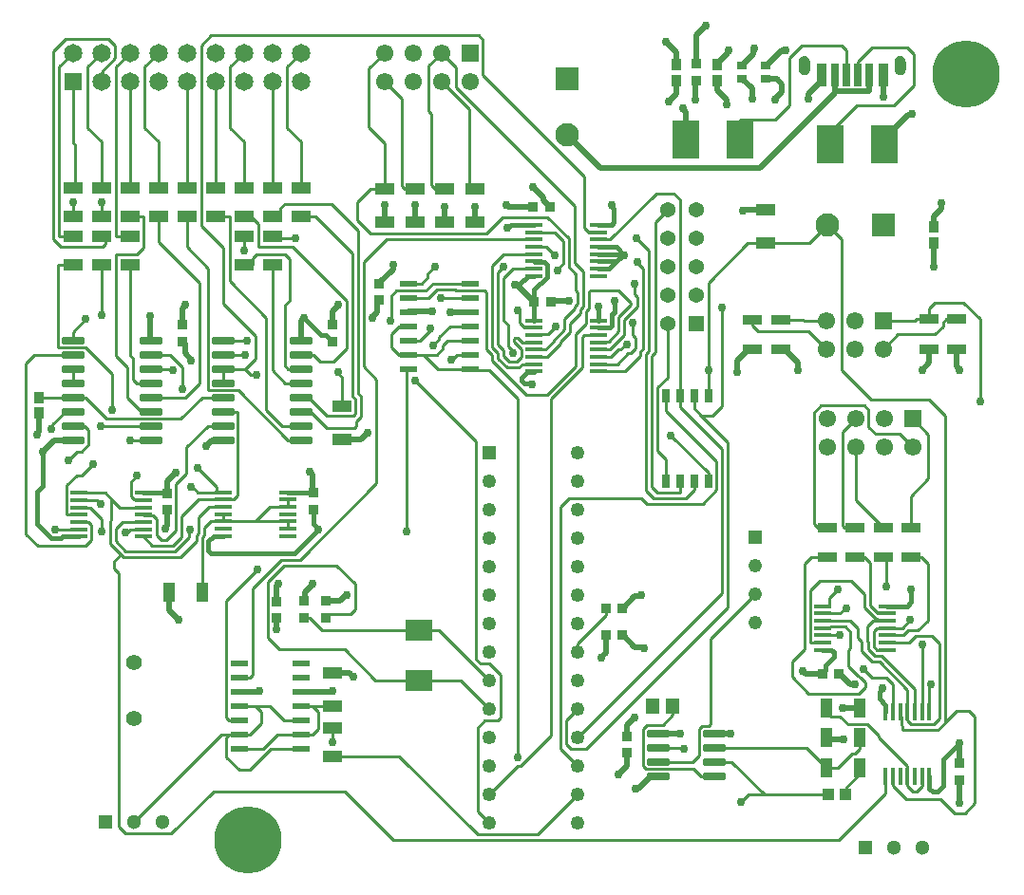
<source format=gtl>
G04*
G04 #@! TF.GenerationSoftware,Altium Limited,Altium Designer,22.3.1 (43)*
G04*
G04 Layer_Physical_Order=1*
G04 Layer_Color=255*
%FSLAX25Y25*%
%MOIN*%
G70*
G04*
G04 #@! TF.SameCoordinates,CB90502A-CAD2-466A-8923-7FAB541583EB*
G04*
G04*
G04 #@! TF.FilePolarity,Positive*
G04*
G01*
G75*
%ADD15C,0.01000*%
G04:AMPARAMS|DCode=16|XSize=61.81mil|YSize=15.75mil|CornerRadius=1.97mil|HoleSize=0mil|Usage=FLASHONLY|Rotation=0.000|XOffset=0mil|YOffset=0mil|HoleType=Round|Shape=RoundedRectangle|*
%AMROUNDEDRECTD16*
21,1,0.06181,0.01181,0,0,0.0*
21,1,0.05787,0.01575,0,0,0.0*
1,1,0.00394,0.02894,-0.00591*
1,1,0.00394,-0.02894,-0.00591*
1,1,0.00394,-0.02894,0.00591*
1,1,0.00394,0.02894,0.00591*
%
%ADD16ROUNDEDRECTD16*%
G04:AMPARAMS|DCode=17|XSize=61.81mil|YSize=16.14mil|CornerRadius=2.02mil|HoleSize=0mil|Usage=FLASHONLY|Rotation=180.000|XOffset=0mil|YOffset=0mil|HoleType=Round|Shape=RoundedRectangle|*
%AMROUNDEDRECTD17*
21,1,0.06181,0.01211,0,0,180.0*
21,1,0.05778,0.01614,0,0,180.0*
1,1,0.00404,-0.02889,0.00605*
1,1,0.00404,0.02889,0.00605*
1,1,0.00404,0.02889,-0.00605*
1,1,0.00404,-0.02889,-0.00605*
%
%ADD17ROUNDEDRECTD17*%
G04:AMPARAMS|DCode=18|XSize=61.81mil|YSize=16.14mil|CornerRadius=2.02mil|HoleSize=0mil|Usage=FLASHONLY|Rotation=270.000|XOffset=0mil|YOffset=0mil|HoleType=Round|Shape=RoundedRectangle|*
%AMROUNDEDRECTD18*
21,1,0.06181,0.01211,0,0,270.0*
21,1,0.05778,0.01614,0,0,270.0*
1,1,0.00404,-0.00605,-0.02889*
1,1,0.00404,-0.00605,0.02889*
1,1,0.00404,0.00605,0.02889*
1,1,0.00404,0.00605,-0.02889*
%
%ADD18ROUNDEDRECTD18*%
%ADD19R,0.07087X0.04134*%
%ADD20R,0.03661X0.03740*%
%ADD21R,0.05900X0.02200*%
%ADD22R,0.06969X0.04134*%
%ADD23R,0.02992X0.05000*%
%ADD24R,0.04567X0.05787*%
%ADD25R,0.04134X0.03937*%
%ADD26R,0.04134X0.06969*%
G04:AMPARAMS|DCode=27|XSize=77.56mil|YSize=23.62mil|CornerRadius=2.95mil|HoleSize=0mil|Usage=FLASHONLY|Rotation=0.000|XOffset=0mil|YOffset=0mil|HoleType=Round|Shape=RoundedRectangle|*
%AMROUNDEDRECTD27*
21,1,0.07756,0.01772,0,0,0.0*
21,1,0.07165,0.02362,0,0,0.0*
1,1,0.00591,0.03583,-0.00886*
1,1,0.00591,-0.03583,-0.00886*
1,1,0.00591,-0.03583,0.00886*
1,1,0.00591,0.03583,0.00886*
%
%ADD27ROUNDEDRECTD27*%
%ADD28R,0.03740X0.03661*%
%ADD29R,0.03819X0.03622*%
%ADD30R,0.09331X0.13268*%
%ADD31R,0.03773X0.03961*%
%ADD32R,0.06528X0.03764*%
G04:AMPARAMS|DCode=33|XSize=77.56mil|YSize=24.02mil|CornerRadius=3mil|HoleSize=0mil|Usage=FLASHONLY|Rotation=0.000|XOffset=0mil|YOffset=0mil|HoleType=Round|Shape=RoundedRectangle|*
%AMROUNDEDRECTD33*
21,1,0.07756,0.01801,0,0,0.0*
21,1,0.07156,0.02402,0,0,0.0*
1,1,0.00600,0.03578,-0.00901*
1,1,0.00600,-0.03578,-0.00901*
1,1,0.00600,-0.03578,0.00901*
1,1,0.00600,0.03578,0.00901*
%
%ADD33ROUNDEDRECTD33*%
%ADD34R,0.03661X0.03976*%
%ADD35R,0.03543X0.02953*%
%ADD36R,0.02756X0.07874*%
%ADD37R,0.03150X0.07874*%
%ADD38R,0.03543X0.07874*%
%ADD39R,0.09449X0.07480*%
%ADD79C,0.02000*%
%ADD80C,0.01500*%
%ADD81C,0.23622*%
%ADD82C,0.05118*%
%ADD83R,0.05118X0.05118*%
%ADD84C,0.05543*%
%ADD85C,0.08268*%
%ADD86R,0.08268X0.08268*%
%ADD87R,0.06102X0.06102*%
%ADD88C,0.06102*%
%ADD89C,0.04882*%
%ADD90R,0.04882X0.04882*%
%ADD91C,0.05394*%
%ADD92R,0.05394X0.05394*%
%ADD93R,0.08268X0.08268*%
%ADD94C,0.04921*%
%ADD95R,0.04921X0.04921*%
%ADD96C,0.06496*%
%ADD97R,0.06496X0.06496*%
%ADD98O,0.02756X0.05512*%
%ADD99C,0.03000*%
G36*
X280086Y293156D02*
X279983Y293164D01*
X279881Y293178D01*
X279780Y293197D01*
X279679Y293221D01*
X279581Y293250D01*
X279484Y293284D01*
X279388Y293324D01*
X279295Y293368D01*
X279205Y293417D01*
X279117Y293471D01*
X279032Y293530D01*
X278950Y293592D01*
X278872Y293659D01*
X278797Y293730D01*
X278726Y293805D01*
X278659Y293883D01*
X278596Y293965D01*
X278538Y294050D01*
X278484Y294138D01*
X278435Y294228D01*
X278391Y294321D01*
X278351Y294417D01*
X278317Y294514D01*
X278288Y294613D01*
X278263Y294713D01*
X278245Y294814D01*
X278231Y294916D01*
X278223Y295019D01*
X278221Y295122D01*
Y297878D01*
X278223Y297981D01*
X278231Y298084D01*
X278245Y298186D01*
X278263Y298287D01*
X278288Y298387D01*
X278317Y298486D01*
X278351Y298583D01*
X278391Y298679D01*
X278435Y298772D01*
X278484Y298862D01*
X278538Y298950D01*
X278596Y299035D01*
X278659Y299117D01*
X278726Y299195D01*
X278797Y299270D01*
X278872Y299341D01*
X278950Y299408D01*
X279032Y299470D01*
X279117Y299529D01*
X279205Y299583D01*
X279295Y299632D01*
X279388Y299676D01*
X279484Y299716D01*
X279581Y299750D01*
X279679Y299779D01*
X279780Y299803D01*
X279881Y299822D01*
X279983Y299836D01*
X280086Y299844D01*
X280189Y299847D01*
X280292Y299844D01*
X280395Y299836D01*
X280497Y299822D01*
X280598Y299803D01*
X280698Y299779D01*
X280797Y299750D01*
X280894Y299716D01*
X280990Y299676D01*
X281083Y299632D01*
X281173Y299583D01*
X281261Y299529D01*
X281346Y299470D01*
X281428Y299408D01*
X281506Y299341D01*
X281581Y299270D01*
X281652Y299195D01*
X281719Y299117D01*
X281782Y299035D01*
X281840Y298950D01*
X281894Y298862D01*
X281943Y298772D01*
X281987Y298679D01*
X282027Y298583D01*
X282061Y298486D01*
X282090Y298387D01*
X282115Y298287D01*
X282133Y298186D01*
X282147Y298084D01*
X282155Y297981D01*
X282157Y297878D01*
Y295122D01*
X282155Y295019D01*
X282147Y294916D01*
X282133Y294814D01*
X282115Y294713D01*
X282090Y294613D01*
X282061Y294514D01*
X282027Y294417D01*
X281987Y294321D01*
X281943Y294228D01*
X281894Y294138D01*
X281840Y294050D01*
X281782Y293965D01*
X281719Y293883D01*
X281652Y293805D01*
X281581Y293730D01*
X281506Y293659D01*
X281428Y293592D01*
X281346Y293530D01*
X281261Y293471D01*
X281173Y293417D01*
X281083Y293368D01*
X280990Y293324D01*
X280894Y293284D01*
X280797Y293250D01*
X280698Y293221D01*
X280598Y293197D01*
X280497Y293178D01*
X280395Y293164D01*
X280292Y293156D01*
X280189Y293154D01*
X280086Y293156D01*
D02*
G37*
G36*
X313708D02*
X313605Y293164D01*
X313503Y293178D01*
X313402Y293197D01*
X313301Y293221D01*
X313203Y293250D01*
X313106Y293284D01*
X313010Y293324D01*
X312917Y293368D01*
X312827Y293417D01*
X312739Y293471D01*
X312654Y293530D01*
X312572Y293592D01*
X312494Y293659D01*
X312419Y293730D01*
X312348Y293805D01*
X312281Y293883D01*
X312218Y293965D01*
X312160Y294050D01*
X312106Y294138D01*
X312057Y294228D01*
X312013Y294321D01*
X311973Y294417D01*
X311939Y294514D01*
X311910Y294613D01*
X311885Y294713D01*
X311867Y294814D01*
X311853Y294916D01*
X311845Y295019D01*
X311842Y295122D01*
Y297878D01*
X311845Y297981D01*
X311853Y298084D01*
X311867Y298186D01*
X311885Y298287D01*
X311910Y298387D01*
X311939Y298486D01*
X311973Y298583D01*
X312013Y298679D01*
X312057Y298772D01*
X312106Y298862D01*
X312160Y298950D01*
X312218Y299035D01*
X312281Y299117D01*
X312348Y299195D01*
X312419Y299270D01*
X312494Y299341D01*
X312572Y299408D01*
X312654Y299470D01*
X312739Y299529D01*
X312827Y299583D01*
X312917Y299632D01*
X313010Y299676D01*
X313106Y299716D01*
X313203Y299750D01*
X313301Y299779D01*
X313402Y299803D01*
X313503Y299822D01*
X313605Y299836D01*
X313708Y299844D01*
X313811Y299847D01*
X313914Y299844D01*
X314017Y299836D01*
X314119Y299822D01*
X314220Y299803D01*
X314320Y299779D01*
X314419Y299750D01*
X314516Y299716D01*
X314612Y299676D01*
X314705Y299632D01*
X314795Y299583D01*
X314883Y299529D01*
X314968Y299470D01*
X315050Y299408D01*
X315128Y299341D01*
X315203Y299270D01*
X315274Y299195D01*
X315341Y299117D01*
X315404Y299035D01*
X315462Y298950D01*
X315516Y298862D01*
X315565Y298772D01*
X315609Y298679D01*
X315649Y298583D01*
X315683Y298486D01*
X315712Y298387D01*
X315737Y298287D01*
X315755Y298186D01*
X315769Y298084D01*
X315777Y297981D01*
X315779Y297878D01*
Y295122D01*
X315777Y295019D01*
X315769Y294916D01*
X315755Y294814D01*
X315737Y294713D01*
X315712Y294613D01*
X315683Y294514D01*
X315649Y294417D01*
X315609Y294321D01*
X315565Y294228D01*
X315516Y294138D01*
X315462Y294050D01*
X315404Y293965D01*
X315341Y293883D01*
X315274Y293805D01*
X315203Y293730D01*
X315128Y293659D01*
X315050Y293592D01*
X314968Y293530D01*
X314883Y293471D01*
X314795Y293417D01*
X314705Y293368D01*
X314612Y293324D01*
X314516Y293284D01*
X314419Y293250D01*
X314320Y293221D01*
X314220Y293197D01*
X314119Y293178D01*
X314017Y293164D01*
X313914Y293156D01*
X313811Y293154D01*
X313708Y293156D01*
D02*
G37*
D15*
X103243Y123000D02*
X130000Y149757D01*
X125500Y190829D02*
Y227400D01*
X130000Y149757D02*
Y186329D01*
X125500Y190829D02*
X130000Y186329D01*
X125500Y227400D02*
X133482Y235382D01*
X151214Y195000D02*
X153393Y197178D01*
Y198307D01*
X146500Y195000D02*
X151214D01*
X153393Y198307D02*
X155086Y200000D01*
X152075Y200368D02*
Y201075D01*
X150086Y198379D02*
X152075Y200368D01*
X148900Y203700D02*
Y204114D01*
X145200Y200000D02*
X148900Y203700D01*
X150086Y198114D02*
Y198379D01*
X156393Y193107D02*
X156457D01*
X158350Y195000D01*
X162800D01*
X152075Y201075D02*
X156000Y205000D01*
X151500Y190000D02*
X162800D01*
X155086Y200000D02*
X162800D01*
X170759Y192741D02*
Y194797D01*
Y192741D02*
X182500Y181000D01*
X190000D01*
X163212Y189588D02*
X169584D01*
X162800Y190000D02*
X163212Y189588D01*
X169584D02*
X179500Y179672D01*
X43709Y133668D02*
X48297D01*
X48299Y133669D01*
X42541Y132500D02*
X43709Y133668D01*
X42000Y132500D02*
X42541D01*
X38500Y129500D02*
X42000Y126000D01*
X38500Y129500D02*
Y133728D01*
X36500Y128672D02*
Y136500D01*
X41172Y124000D02*
X61232D01*
X42000Y126000D02*
X59328D01*
X38000Y122300D02*
X40436Y124736D01*
X41172Y124000D01*
X36500Y128672D02*
X40436Y124736D01*
X36500Y136500D02*
X37000Y137000D01*
X33500Y133000D02*
X33700Y133200D01*
X38500Y133728D02*
X41000Y136228D01*
X33700Y133200D02*
Y137300D01*
X37000Y137000D02*
Y144300D01*
X39954Y141346D01*
X34835Y146465D02*
X37000Y144300D01*
X41000Y136228D02*
X48299D01*
X169500Y40500D02*
X179500Y50500D01*
X191300Y61057D02*
Y179472D01*
X180743Y50500D02*
X191300Y61057D01*
X179500Y53500D02*
Y179672D01*
Y50500D02*
X180743D01*
X46000Y152415D02*
Y152500D01*
X44987Y144193D02*
X45709D01*
X45996Y143906D02*
X48299D01*
X43921Y145259D02*
Y150336D01*
X45709Y144193D02*
X45996Y143906D01*
X43921Y150336D02*
X46000Y152415D01*
X43921Y145259D02*
X44987Y144193D01*
X119500Y197300D02*
Y213743D01*
X114200Y248000D02*
X123500Y238700D01*
X88600Y232800D02*
X100443D01*
X123500Y181460D02*
Y238700D01*
Y181460D02*
X124772Y180189D01*
X114900Y192700D02*
X119500Y197300D01*
X121500Y180632D02*
Y230493D01*
Y180632D02*
X122772Y179360D01*
X100443Y232800D02*
X119500Y213743D01*
X108513Y243480D02*
X121500Y230493D01*
X275000Y282700D02*
Y299200D01*
X279300Y303500D01*
X269800Y277500D02*
X275000Y282700D01*
X318500Y289400D02*
Y300500D01*
X304000Y302800D02*
X316200D01*
X318500Y300500D01*
X311600Y282500D02*
X318500Y289400D01*
X279300Y303500D02*
X293243D01*
X295031Y301711D01*
X298536Y282500D02*
X311600D01*
X289236Y273200D02*
X298536Y282500D01*
X295031Y293350D02*
Y301711D01*
X276000Y81757D02*
X281757Y76000D01*
X276000Y81757D02*
Y87100D01*
X281757Y76000D02*
X299243D01*
X114500Y59000D02*
Y64020D01*
X91800Y95600D02*
Y115300D01*
X86600Y82500D02*
Y112928D01*
X91800Y115300D02*
X97500Y121000D01*
X116000D01*
X96672Y123000D02*
X103243D01*
X86600Y112928D02*
X96672Y123000D01*
X77200Y67500D02*
Y108400D01*
X88200Y119400D01*
X116000Y121000D02*
X122500Y114500D01*
X113610Y103811D02*
X120811D01*
X122500Y105500D01*
Y114500D01*
X112299Y102500D02*
X113610Y103811D01*
X104500Y102500D02*
X106600D01*
X110884Y98216D01*
X145000D01*
X151784D01*
X67364Y146677D02*
X73900D01*
X65000Y148500D02*
X65541D01*
X67364Y146677D01*
X67500Y132282D02*
Y137900D01*
X69500Y134153D02*
X71788Y136441D01*
X61232Y124000D02*
X66847Y129615D01*
X68847Y130800D02*
X69500Y131454D01*
Y134153D01*
X66847Y129615D02*
Y131629D01*
X59328Y126000D02*
X64117Y130789D01*
X66847Y131629D02*
X67500Y132282D01*
X64117Y130789D02*
Y133142D01*
X64500Y133525D01*
X68847Y111500D02*
Y130800D01*
X59500Y137860D02*
X59618Y137978D01*
X56243Y130000D02*
X59500Y133257D01*
Y137860D01*
X58500Y128000D02*
X61500Y131000D01*
Y137032D01*
X61618Y137150D01*
X53000Y131500D02*
X54500Y130000D01*
X53000Y131500D02*
Y137128D01*
X51647Y138480D02*
X53000Y137128D01*
X54500Y130000D02*
X56243D01*
X93500Y236520D02*
X94020Y236000D01*
X101500D01*
X147961Y223461D02*
X150500Y226000D01*
X147961Y222157D02*
Y223461D01*
X145804Y220000D02*
X147961Y222157D01*
X152500Y215000D02*
X162800D01*
X151257Y218000D02*
X157500D01*
X141200Y215000D02*
X148257D01*
X141200Y220000D02*
X145804D01*
X157500Y218000D02*
X158100Y217400D01*
X137000D02*
X147375D01*
X148257Y215000D02*
X151257Y218000D01*
X147375Y217400D02*
X149975Y220000D01*
X162800D01*
X103500Y180000D02*
X106177D01*
X112600Y169200D02*
X122414D01*
X106177Y180000D02*
X112771Y173406D01*
X123000Y169786D02*
Y171560D01*
X122772Y174160D02*
Y179360D01*
X112771Y173406D02*
X122018D01*
X122414Y169200D02*
X123000Y169786D01*
Y171560D02*
X124772Y173332D01*
X122018Y173406D02*
X122772Y174160D01*
X124772Y173332D02*
Y180189D01*
X135000Y207000D02*
X135300Y207300D01*
Y215700D01*
X137000Y217400D01*
X116500Y188459D02*
X118000Y186959D01*
Y176760D02*
Y186959D01*
X116500Y188459D02*
Y189000D01*
X76217Y195000D02*
X84000D01*
X63043Y179800D02*
X68000Y184757D01*
X53500Y234700D02*
X68000Y220200D01*
Y184757D02*
Y220200D01*
X62000Y183000D02*
Y190500D01*
X57500Y195000D02*
X62000Y190500D01*
X50783Y195000D02*
X57500D01*
X58250Y189750D02*
X58500Y189500D01*
X50783Y190000D02*
X51033Y189750D01*
X58250D01*
X23500Y203000D02*
X28000Y207500D01*
X23500Y200000D02*
Y203000D01*
X33500Y209000D02*
Y226480D01*
X26609Y152609D02*
X30500Y156500D01*
X24809Y152609D02*
X26609D01*
X21300Y149100D02*
X24809Y152609D01*
X22000Y158000D02*
X24941Y160941D01*
X26441D01*
X29000Y163500D01*
X16000Y169000D02*
X16383Y169383D01*
Y170560D01*
X20823Y175000D01*
X23500D01*
X7000Y192000D02*
X10000Y195000D01*
X7000Y132000D02*
X11200Y127800D01*
X7000Y132000D02*
Y192000D01*
X217012Y207343D02*
X221506Y211837D01*
X215012Y208171D02*
X219256Y212415D01*
X215000Y217500D02*
X219256Y213244D01*
X221500Y227270D02*
Y227500D01*
X223506Y196957D02*
Y225264D01*
X224716Y147184D02*
X227200Y144700D01*
X221500Y227270D02*
X223506Y225264D01*
X225506Y196128D02*
Y231594D01*
X221506Y211837D02*
Y215144D01*
X219256Y212415D02*
Y213244D01*
X224716Y195338D02*
X225506Y196128D01*
X205086Y217500D02*
X215000D01*
X227921Y241630D02*
X232137Y245846D01*
X221200Y235900D02*
X225506Y231594D01*
X226716Y194510D02*
X227921Y195714D01*
X222716Y196167D02*
X223506Y196957D01*
X220500Y216151D02*
X221506Y215144D01*
X227921Y195714D02*
Y241630D01*
X220500Y216151D02*
Y220000D01*
X204500Y216914D02*
X205086Y217500D01*
X204500Y211101D02*
Y216914D01*
X226716Y148684D02*
X228700Y146700D01*
X215056Y203156D02*
Y203985D01*
X220000Y206088D02*
X220012Y206100D01*
X211530Y199630D02*
X215056Y203156D01*
X215012Y204029D02*
Y208171D01*
X217012Y204857D02*
X217056Y204813D01*
X217012Y204857D02*
Y207343D01*
X217056Y201820D02*
Y204813D01*
X212000Y196764D02*
X217056Y201820D01*
X220000Y201931D02*
Y206088D01*
X215012Y204029D02*
X215056Y203985D01*
X214848Y196748D02*
X215686D01*
X228716Y161083D02*
Y183474D01*
X212305Y194205D02*
X214848Y196748D01*
X219255Y195534D02*
X221012Y197291D01*
Y200919D01*
X226716Y148684D02*
Y194510D01*
X215686Y196748D02*
X217471Y198533D01*
X224716Y147184D02*
Y195338D01*
X232137Y186895D02*
Y205846D01*
X222716Y194616D02*
Y196167D01*
X228716Y161083D02*
X231500Y158300D01*
X217187Y189087D02*
X222716Y194616D01*
X218433Y195534D02*
X219255D01*
X228716Y183474D02*
X232137Y186895D01*
X214546Y191646D02*
X218433Y195534D01*
X220000Y201931D02*
X221012Y200919D01*
X217471Y198533D02*
X218012D01*
X208000Y194205D02*
X212305D01*
X200500Y212757D02*
Y216938D01*
X203622Y206022D02*
Y210223D01*
X204500Y211101D01*
X199990Y217448D02*
X200500Y216938D01*
X201500Y210929D02*
X202500Y211929D01*
X201500Y209405D02*
Y210929D01*
X199500Y211154D02*
Y211757D01*
X200500Y212757D01*
X202500Y211929D02*
Y224257D01*
X199900Y202300D02*
X203622Y206022D01*
X199990Y217448D02*
Y223253D01*
X208307Y199630D02*
X211530D01*
X208000Y199323D02*
X208307Y199630D01*
X197500Y225743D02*
X199990Y223253D01*
X196000Y207654D02*
X199500Y211154D01*
X196000Y203757D02*
Y207654D01*
X191939Y199697D02*
X196000Y203757D01*
X198000Y205905D02*
X201500Y209405D01*
X194766Y199695D02*
X198000Y202929D01*
X191939Y199339D02*
Y199697D01*
X185402Y201882D02*
X185709Y202189D01*
X198000Y202929D02*
Y205905D01*
X194766Y198971D02*
Y199695D01*
X185709Y202189D02*
X190189D01*
X193000Y205000D01*
X199500Y227257D02*
X202500Y224257D01*
X311264Y69598D02*
Y79236D01*
X309000Y81500D02*
X311264Y79236D01*
X304000Y81500D02*
X309000D01*
X301000Y84500D02*
X304000Y81500D01*
X316382Y69598D02*
Y77290D01*
X306443Y87228D02*
X316382Y77290D01*
X299100Y95400D02*
Y98800D01*
Y95400D02*
X300323Y94177D01*
Y90970D02*
X304065Y87228D01*
X300323Y90970D02*
Y94177D01*
X304065Y87228D02*
X306443D01*
X302450Y91672D02*
Y94050D01*
X304450Y92500D02*
Y97850D01*
X302450Y91672D02*
X304893Y89228D01*
X305627Y91323D02*
X309299D01*
X304893Y89228D02*
X307272D01*
X304450Y92500D02*
X305627Y91323D01*
X316382Y66500D02*
Y69598D01*
X302323Y94177D02*
X302450Y94050D01*
X318941Y69598D02*
Y77559D01*
X302323Y94177D02*
Y99500D01*
X307272Y89228D02*
X318941Y77559D01*
X299823Y81500D02*
X301500Y79823D01*
Y78257D02*
Y79823D01*
X299757Y81500D02*
X299823D01*
X299217Y82040D02*
X299757Y81500D01*
X299243Y76000D02*
X301500Y78257D01*
X298958Y82040D02*
X299217D01*
X295500Y85498D02*
X298958Y82040D01*
X295500Y85498D02*
Y91214D01*
X289484Y68016D02*
X292742D01*
X295486Y65272D01*
X302210D01*
X287917Y69583D02*
Y71000D01*
Y69583D02*
X289484Y68016D01*
X302210Y65272D02*
X306200Y61282D01*
Y60682D02*
Y61282D01*
X276000Y87100D02*
X280300Y91400D01*
X306200Y60682D02*
X316382Y50500D01*
X296200Y91913D02*
Y97700D01*
X295500Y91214D02*
X296200Y91913D01*
X174300Y243300D02*
X190100D01*
X168500Y237500D02*
X174300Y243300D01*
X128004Y237500D02*
X168500D01*
X193629Y225129D02*
X195500Y227000D01*
X193629Y224629D02*
Y225129D01*
X157800Y289000D02*
X199500Y247300D01*
X185402Y232823D02*
X189677D01*
X192500Y230000D01*
X195500Y227000D02*
Y235000D01*
X192559Y237941D02*
X195500Y235000D01*
X199500Y227257D02*
Y247300D01*
X197500Y225743D02*
Y235900D01*
X190100Y243300D02*
X197500Y235900D01*
X172500Y213158D02*
Y223757D01*
X170500Y212330D02*
Y226228D01*
Y212330D02*
X170759Y212071D01*
Y197625D02*
Y212071D01*
Y197625D02*
X172759Y195625D01*
X168759Y196797D02*
X170759Y194797D01*
X168500Y211502D02*
X168759Y211243D01*
X168500Y211502D02*
Y216814D01*
X167914Y217400D02*
X168500Y216814D01*
X178772Y201023D02*
X179600D01*
X178186Y200437D02*
X178772Y201023D01*
X178186Y199556D02*
Y200437D01*
Y199556D02*
X181000Y196743D01*
X174759Y194498D02*
Y196454D01*
X172500Y223757D02*
X174507Y225765D01*
X172500Y213158D02*
X172759Y212899D01*
X174507Y225765D02*
Y225993D01*
X181000Y194257D02*
Y196743D01*
X170500Y226228D02*
X174536Y230264D01*
X172759Y193670D02*
Y195625D01*
X180071Y190500D02*
X181217Y191646D01*
X158100Y217400D02*
X167914D01*
X176757Y192500D02*
X179243D01*
X174759Y194498D02*
X176757Y192500D01*
X179600Y201023D02*
X181300Y199323D01*
X179243Y192500D02*
X181000Y194257D01*
X175929Y190500D02*
X180071D01*
X172759Y198454D02*
Y212899D01*
X168759Y196797D02*
Y211243D01*
X174536Y230264D02*
X185402D01*
X172759Y193670D02*
X175929Y190500D01*
X181217Y191646D02*
X185402D01*
X172759Y198454D02*
X174759Y196454D01*
X174500Y219257D02*
Y221743D01*
X177903Y225146D02*
X185402D01*
X174500Y221743D02*
X177903Y225146D01*
X174759Y206868D02*
Y218998D01*
X174500Y219257D02*
X174759Y218998D01*
X179759Y210441D02*
X180355Y209845D01*
Y206086D02*
Y209845D01*
Y206086D02*
X182000Y204441D01*
X157800Y289000D02*
Y296000D01*
X59618Y149375D02*
X63321Y153079D01*
X59618Y137978D02*
Y149375D01*
X63321Y162421D02*
X70900Y170000D01*
X61618Y138266D02*
X67470Y144118D01*
X63321Y153079D02*
Y162421D01*
X61618Y137150D02*
Y138266D01*
X67500Y137900D02*
X71159Y141559D01*
X48606Y138480D02*
X51647D01*
X48299Y138787D02*
X48606Y138480D01*
X51409Y128000D02*
X58500D01*
X48299Y131110D02*
X51409Y128000D01*
X70900Y170000D02*
X76217D01*
X176186Y197855D02*
X178000Y196041D01*
Y195500D02*
Y196041D01*
X176186Y197855D02*
Y205441D01*
X190000Y181000D02*
X199900Y190900D01*
X202225Y190396D02*
Y201183D01*
X199900Y190900D02*
Y202300D01*
X191300Y179472D02*
X202225Y190396D01*
X292639Y104118D02*
X294521Y106000D01*
X286701Y104118D02*
X292639D01*
X294521Y106000D02*
X295000D01*
X289090Y109590D02*
X292000Y112500D01*
X286701Y106677D02*
X288783D01*
X289090Y106984D01*
Y109590D01*
X282300Y93882D02*
Y112300D01*
X285500Y115500D02*
X296500D01*
X282300Y112300D02*
X285500Y115500D01*
X296500D02*
X301182Y110818D01*
X306280Y101866D02*
X308992D01*
X304382Y101559D02*
X305794D01*
X305172Y102118D02*
X305699D01*
X308992Y101866D02*
X309299Y101559D01*
X305794Y102024D02*
X306123D01*
X305699Y102118D02*
X305794Y102024D01*
X306123D02*
X306280Y101866D01*
X301182Y106108D02*
X305172Y102118D01*
X301182Y106108D02*
Y110818D01*
X306000Y104118D02*
X309299D01*
X303182Y106936D02*
X306000Y104118D01*
X303182Y106936D02*
Y121909D01*
X33500Y243480D02*
Y248500D01*
X53100Y179800D02*
X63043D01*
X50783Y180000D02*
X52900D01*
X53100Y179800D01*
X23500Y243480D02*
Y248500D01*
X87500Y136441D02*
X98799D01*
X76201D02*
X87500D01*
X92618Y141559D01*
X98799D01*
X11200Y127800D02*
X28000D01*
X30100Y129900D01*
X17300Y133669D02*
X25701D01*
X38000Y119900D02*
X39700Y118200D01*
X38000Y119900D02*
Y122300D01*
X316000Y38900D02*
X328021D01*
X332921Y34000D01*
X311264Y43636D02*
X316000Y38900D01*
X321500Y43500D02*
Y47000D01*
X319500Y41500D02*
X321500Y43500D01*
X316382D02*
X318382Y41500D01*
X319500D01*
X336500Y34000D02*
X340000Y37500D01*
X332921Y34000D02*
X336500D01*
X340000Y37500D02*
Y68000D01*
X329500Y66000D02*
Y173600D01*
Y66000D02*
X333500Y70000D01*
X329500Y65500D02*
Y66000D01*
X333500Y70000D02*
X338000D01*
X340000Y68000D01*
X229250Y56750D02*
X237750D01*
X238000Y56500D01*
X229000Y57000D02*
X229250Y56750D01*
X241000Y52000D02*
X243283Y54283D01*
X246732Y64468D02*
X247318Y65054D01*
X244211Y64468D02*
X246732D01*
X229000Y52000D02*
X241000D01*
X243283Y63541D02*
X244211Y64468D01*
X243283Y54283D02*
Y63541D01*
X247318Y65054D02*
Y95318D01*
X258000Y38000D02*
X260500Y40500D01*
X266200D01*
X247318Y95318D02*
X263000Y111000D01*
X246500Y189700D02*
Y220254D01*
Y180441D02*
Y189700D01*
X244000Y173600D02*
X253300Y164300D01*
X241500Y176100D02*
X244000Y173600D01*
X162600Y253244D02*
Y281200D01*
X309000Y113700D02*
Y123779D01*
X257469Y277500D02*
X269800D01*
X96300Y243480D02*
Y246500D01*
X86700Y226480D02*
Y229000D01*
X84050Y189850D02*
X86100Y187800D01*
X83900Y190000D02*
X84050Y189850D01*
X140700Y132900D02*
Y190000D01*
X73900Y146677D02*
Y148500D01*
X35000Y233800D02*
Y236520D01*
X24363Y253520D02*
Y268600D01*
X103500Y71500D02*
X107500D01*
X87700D02*
X92700D01*
X81900D02*
X87700D01*
X78400Y61500D02*
X81900D01*
X75500D02*
X78400D01*
X311264Y43636D02*
Y47000D01*
X324000Y179100D02*
X329500Y173600D01*
X303700Y179100D02*
X324000D01*
X293300Y189500D02*
X303700Y179100D01*
X293300Y189500D02*
Y235373D01*
X288173Y240500D02*
X293300Y235373D01*
X327100Y63100D02*
X329500Y65500D01*
X314500Y63100D02*
X327100D01*
X313823Y69598D02*
X314500Y63100D01*
X200500Y60500D02*
X251300Y111300D01*
Y161800D01*
X236500Y176600D02*
X251300Y161800D01*
X236500Y176600D02*
Y180441D01*
Y249500D01*
X234300Y251700D02*
X236500Y249500D01*
X228318Y251700D02*
X234300D01*
X212000Y235382D02*
X228318Y251700D01*
X208000Y235382D02*
X212000D01*
X241500Y176100D02*
Y180441D01*
X253300Y106100D02*
Y164300D01*
X203700Y56500D02*
X253300Y106100D01*
X198300Y56500D02*
X203700D01*
X196539Y58261D02*
X198300Y56500D01*
X196539Y58261D02*
Y66539D01*
X200500Y70500D01*
X185402Y237941D02*
X192559D01*
X251200Y176800D02*
Y211600D01*
X248000Y173600D02*
X251200Y176800D01*
X244000Y173600D02*
X248000D01*
X286701Y101559D02*
X296341D01*
X299100Y98800D01*
X181300Y199323D02*
X185402D01*
X208000Y196764D02*
X212000D01*
X165500Y34500D02*
X169500Y30500D01*
X165500Y34500D02*
Y64000D01*
X168000Y66500D01*
X172461D01*
X173461Y67500D01*
Y82539D01*
X169500Y86500D02*
X173461Y82539D01*
X166500Y86500D02*
X169500D01*
X165000Y88000D02*
X166500Y86500D01*
X165000Y88000D02*
Y164600D01*
X143700Y185900D02*
X165000Y164600D01*
X182000Y204441D02*
X185402D01*
X174759Y206868D02*
X176186Y205441D01*
X208000Y189087D02*
X217187D01*
X301312Y123779D02*
X303182Y121909D01*
X297858Y123779D02*
X301312D01*
X23500Y180000D02*
X27800D01*
X35300Y172500D01*
X61400D01*
X68900Y180000D01*
X76217D01*
X243800Y47000D02*
X248449D01*
X241300Y49500D02*
X243800Y47000D01*
X224700Y49500D02*
X241300D01*
X223700Y50500D02*
X224700Y49500D01*
X223700Y50500D02*
Y63700D01*
X225000Y65000D01*
X230445D01*
X233945Y68500D01*
Y71500D01*
X257469Y270500D02*
Y277500D01*
X298173Y143906D02*
Y162500D01*
Y143906D02*
X307858Y134221D01*
X248449Y57000D02*
X280917D01*
X287917Y50000D01*
X10000Y195000D02*
X23500D01*
X30100Y129900D02*
Y135128D01*
X29000Y136228D02*
X30100Y135128D01*
X25701Y136228D02*
X29000D01*
X228700Y146700D02*
X236500D01*
Y150559D01*
X204659Y237941D02*
X208000D01*
X203100Y239500D02*
X204659Y237941D01*
X203100Y239500D02*
Y257500D01*
X167400Y293200D02*
X203100Y257500D01*
X167400Y293200D02*
Y305700D01*
X166000Y307100D02*
X167400Y305700D01*
X72000Y307100D02*
X166000D01*
X68600Y303700D02*
X72000Y307100D01*
X68600Y240100D02*
Y303700D01*
Y240100D02*
X76200Y232500D01*
Y213000D02*
Y232500D01*
Y213000D02*
X87700Y201500D01*
Y193500D02*
Y201500D01*
X84050Y189850D02*
X87700Y193500D01*
X76217Y190000D02*
X84050Y189850D01*
X151784Y98216D02*
X169500Y80500D01*
X71159Y141559D02*
X76201D01*
X39954Y141346D02*
X48299D01*
X25701Y146465D02*
X34835D01*
X39700Y29200D02*
Y118200D01*
Y29200D02*
X42000Y26900D01*
X58000D01*
X72800Y41700D01*
X118800D01*
X136000Y24500D01*
X292195D01*
X308705Y41010D01*
Y47000D01*
X23500Y269463D02*
Y291000D01*
Y269463D02*
X24363Y268600D01*
X23500Y253520D02*
X24363D01*
X246500Y150559D02*
Y153500D01*
X233400Y166600D02*
X246500Y153500D01*
X31794Y143906D02*
X33300Y142400D01*
X25701Y143906D02*
X31794D01*
X103500Y253520D02*
Y269900D01*
X98700Y274700D02*
X103500Y269900D01*
X98700Y274700D02*
Y296200D01*
X103500Y301000D01*
X53500Y253520D02*
Y269900D01*
X48700Y274700D02*
X53500Y269900D01*
X48700Y274700D02*
Y296200D01*
X53500Y301000D01*
X67470Y144118D02*
X76201D01*
X145000Y80500D02*
X159500D01*
X169500Y70500D01*
X316382Y47000D02*
Y50500D01*
X97000Y170000D02*
X103500D01*
X91300Y175700D02*
X97000Y170000D01*
X91300Y175700D02*
Y208032D01*
X78600Y220732D02*
X91300Y208032D01*
X78600Y220732D02*
Y243480D01*
X73500D02*
X78600D01*
X317500Y134221D02*
Y145200D01*
X323700Y151400D01*
Y166973D01*
X318173Y172500D02*
X323700Y166973D01*
X133000Y253244D02*
Y269200D01*
X127200Y275000D02*
X133000Y269200D01*
X127200Y275000D02*
Y295400D01*
X132800Y301000D01*
X309299Y93882D02*
X317000D01*
X319218Y96100D01*
X324900D01*
X327500Y93500D01*
Y67200D02*
Y93500D01*
X325500Y65200D02*
X327500Y67200D01*
X317682Y65200D02*
X325500D01*
X316382Y66500D02*
X317682Y65200D01*
X266637Y234154D02*
X281827D01*
X288173Y240500D01*
X246500Y220254D02*
X260400Y234154D01*
X266637D01*
X23500Y170000D02*
X27600D01*
X29000Y168600D01*
Y163500D02*
Y168600D01*
X29654Y141346D02*
X33700Y137300D01*
X25701Y141346D02*
X29654D01*
X114500Y53980D02*
X138059D01*
X165500Y26539D01*
X186539D01*
X200500Y40500D01*
X133482Y235382D02*
X185402D01*
X85600Y81500D02*
X86600Y82500D01*
X81900Y81500D02*
X85600D01*
X78200Y66500D02*
X81900D01*
X77200Y67500D02*
X78200Y66500D01*
X129700Y80500D02*
X145000D01*
X118800Y91400D02*
X129700Y80500D01*
X96000Y91400D02*
X118800D01*
X91800Y95600D02*
X96000Y91400D01*
X298968Y293350D02*
Y297768D01*
X304000Y302800D01*
X289236Y269000D02*
Y273200D01*
X324000Y207442D02*
Y211200D01*
X326000Y213200D01*
X336000D01*
X341800Y207400D01*
Y178400D02*
Y207400D01*
X140700Y190000D02*
X141200D01*
X46000Y185000D02*
X50783D01*
X44705Y186295D02*
X46000Y185000D01*
X44705Y186295D02*
Y193666D01*
X43500Y194871D02*
X44705Y193666D01*
X43500Y194871D02*
Y226480D01*
X47600Y175000D02*
X50783D01*
X42705Y179895D02*
X47600Y175000D01*
X42705Y179895D02*
Y190466D01*
X38500Y194671D02*
X42705Y190466D01*
X38500Y194671D02*
Y230300D01*
X46000D01*
X48400Y232700D01*
Y243480D01*
X43500D02*
X48400D01*
X43500Y165000D02*
X50783D01*
X33300Y170000D02*
X50783D01*
X53500Y234700D02*
Y243480D01*
X18300Y226480D02*
X23500D01*
X18300Y197500D02*
Y226480D01*
Y197500D02*
X27900D01*
X37300Y188100D01*
Y175500D02*
Y188100D01*
X293600Y167927D02*
X298173Y172500D01*
X293600Y134821D02*
Y167927D01*
Y134821D02*
X294200Y134221D01*
X297858D01*
X313573Y167100D02*
X318173Y162500D01*
X305124Y167100D02*
X313573D01*
X302724Y169500D02*
X305124Y167100D01*
X302724Y169500D02*
Y175500D01*
X301173Y177051D02*
X302724Y175500D01*
X286000Y177051D02*
X301173D01*
X283600Y174651D02*
X286000Y177051D01*
X283600Y135500D02*
Y174651D01*
Y135500D02*
X284879Y134221D01*
X288173D01*
X282300Y93882D02*
X286701D01*
X307858Y123779D02*
X309000D01*
X302323Y99500D02*
X304382Y101559D01*
X309299Y96441D02*
X314841D01*
X316500Y98100D01*
X320100D01*
X323500Y101500D01*
Y121500D01*
X321221Y123779D02*
X323500Y121500D01*
X317500Y123779D02*
X321221D01*
X321500Y69598D02*
Y93100D01*
X314500Y99000D02*
X317400Y101900D01*
X309299Y99000D02*
X314500D01*
X286701Y96441D02*
X292509D01*
X292550Y96400D01*
X324059Y78718D02*
X324500Y79159D01*
X324059Y69598D02*
Y78718D01*
X305600Y99000D02*
X309299D01*
X304450Y97850D02*
X305600Y99000D01*
X141200Y195000D02*
X146500D01*
X151500Y190000D01*
X156000Y205000D02*
X162800D01*
X241500Y147700D02*
Y150559D01*
X238500Y144700D02*
X241500Y147700D01*
X227200Y144700D02*
X238500D01*
X208000Y191646D02*
X214546D01*
X141200Y200000D02*
X145200D01*
X231500Y175200D02*
Y180441D01*
Y175200D02*
X249300Y157400D01*
Y147500D02*
Y157400D01*
X244500Y142700D02*
X249300Y147500D01*
X224854Y142700D02*
X244500D01*
X223054Y144500D02*
X224854Y142700D01*
X197500Y144500D02*
X223054D01*
X194539Y141539D02*
X197500Y144500D01*
X194539Y56461D02*
Y141539D01*
Y56461D02*
X200500Y50500D01*
X21300Y138787D02*
X25701D01*
X21300D02*
Y149100D01*
X86100Y187800D02*
X88100D01*
X76217Y190000D02*
X83900D01*
X73900Y146677D02*
X76201D01*
X67300Y155100D02*
X73900Y148500D01*
X76217Y200000D02*
X84700D01*
X83500Y231500D02*
Y236520D01*
X63500Y232733D02*
Y243480D01*
Y232733D02*
X71000Y225233D01*
Y182500D02*
Y225233D01*
Y182500D02*
X81604D01*
X99104Y165000D01*
X103500D01*
X282579Y123779D02*
X288173D01*
X280300Y121500D02*
X282579Y123779D01*
X280300Y91400D02*
Y121500D01*
X294500Y99400D02*
X296200Y97700D01*
X289300Y99400D02*
X294500D01*
X288900Y99000D02*
X289300Y99400D01*
X286701Y99000D02*
X288900D01*
X103500Y175000D02*
X106800D01*
X112600Y169200D01*
X97800Y248000D02*
X114200D01*
X96300Y246500D02*
X97800Y248000D01*
X93500Y243480D02*
X96300D01*
X83500D02*
X85920D01*
X88600Y240800D01*
Y232800D02*
Y240800D01*
X110300Y192700D02*
X114900D01*
X108000Y195000D02*
X110300Y192700D01*
X103500Y195000D02*
X108000D01*
X185402Y196764D02*
X189364D01*
X191939Y199339D01*
X123304Y242200D02*
X128004Y237500D01*
X123304Y242200D02*
Y248548D01*
X128000Y253244D01*
X133000D01*
X152800Y301000D02*
X157800Y296000D01*
X190000Y194205D02*
X194766Y198971D01*
X185402Y194205D02*
X190000D01*
X231500Y150559D02*
Y158300D01*
X99000Y190000D02*
X103500D01*
X97800Y191200D02*
X99000Y190000D01*
X97800Y191200D02*
Y212300D01*
X99600Y214100D01*
Y228700D01*
X98000Y230300D02*
X99600Y228700D01*
X88000Y230300D02*
X98000D01*
X86700Y229000D02*
X88000Y230300D01*
X83500Y226480D02*
X86700D01*
X202924Y201882D02*
X208000D01*
X202225Y201183D02*
X202924Y201882D01*
X71788Y136441D02*
X76201D01*
X76217Y175000D02*
X81382D01*
Y145500D02*
Y175000D01*
X80000Y144118D02*
X81382Y145500D01*
X76201Y144118D02*
X80000D01*
X103500Y243480D02*
X108513D01*
X162600Y253244D02*
X164500D01*
X152800Y291000D02*
X162600Y281200D01*
X77400Y60500D02*
X78400Y61500D01*
X77400Y53500D02*
Y60500D01*
Y53500D02*
X81800Y49100D01*
X85700D01*
X93100Y56500D01*
X103500D01*
Y61500D02*
X107500D01*
X109500Y63500D01*
Y69500D01*
X107500Y71500D02*
X109500Y69500D01*
X83500Y253520D02*
Y269900D01*
X78700Y274700D02*
X83500Y269900D01*
X78700Y274700D02*
Y296200D01*
X83500Y301000D01*
X97700Y66500D02*
X103500D01*
X92700Y71500D02*
X97700Y66500D01*
X38600Y236520D02*
X43500D01*
X38600D02*
Y296100D01*
X43500Y301000D01*
X33500Y236520D02*
X35000D01*
X34000Y232800D02*
X35000Y233800D01*
X19300Y232800D02*
X34000D01*
X16600Y235500D02*
X19300Y232800D01*
X16600Y235500D02*
Y301500D01*
X20900Y305800D01*
X36000D01*
X38300Y303500D01*
Y299085D02*
Y303500D01*
X33500Y294285D02*
X38300Y299085D01*
X33500Y291000D02*
Y294285D01*
X45000Y31000D02*
X75500Y61500D01*
X33500Y253520D02*
Y269900D01*
X28700Y274700D02*
X33500Y269900D01*
X28700Y274700D02*
Y296200D01*
X33500Y301000D01*
X316382Y43500D02*
Y47000D01*
X299610Y56410D02*
Y60500D01*
X298000Y54800D02*
X299610Y56410D01*
X296800Y54800D02*
X298000D01*
X292000Y50000D02*
X296800Y54800D01*
X287917Y50000D02*
X292000D01*
X200500Y90500D02*
Y93500D01*
X210594Y103594D01*
Y106000D01*
X319514Y207442D02*
X324000D01*
X319073Y207000D02*
X319514Y207442D01*
X307858Y207000D02*
X319073D01*
X330000Y207442D02*
X333500D01*
X328800Y206242D02*
X330000Y207442D01*
X328800Y205000D02*
Y206242D01*
X326000Y202200D02*
X328800Y205000D01*
X313058Y202200D02*
X326000D01*
X307858Y197000D02*
X313058Y202200D01*
X262000Y205200D02*
Y207221D01*
Y205200D02*
X264000Y203200D01*
X281658D01*
X287858Y197000D01*
X248449Y52000D02*
X254700D01*
X266200Y40500D01*
X288547D01*
X140000Y253244D02*
X143500D01*
X139000Y254244D02*
X140000Y253244D01*
X139000Y254244D02*
Y284800D01*
X132800Y291000D02*
X139000Y284800D01*
X98000Y185000D02*
X103500D01*
X93500Y189500D02*
X98000Y185000D01*
X93500Y189500D02*
Y226480D01*
X150456Y253244D02*
X154000D01*
X149200Y254500D02*
X150456Y253244D01*
X149200Y254500D02*
Y279500D01*
X148200Y280500D02*
X149200Y279500D01*
X148200Y280500D02*
Y296400D01*
X152800Y301000D01*
X18600Y296100D02*
X23500Y301000D01*
X18600Y236520D02*
Y296100D01*
Y236520D02*
X23500D01*
X87700Y71500D02*
X89700Y69500D01*
Y65500D02*
Y69500D01*
X85700Y61500D02*
X89700Y65500D01*
X81900Y61500D02*
X85700D01*
X137800Y195000D02*
X141200D01*
X135300Y197500D02*
X137800Y195000D01*
X135300Y197500D02*
Y202300D01*
X138000Y205000D01*
X141200D01*
X280021Y207000D02*
X287858D01*
X279800Y207221D02*
X280021Y207000D01*
X272000Y207221D02*
X279800D01*
X299610Y47757D02*
Y50000D01*
X294453Y42600D02*
X299610Y47757D01*
X294453Y40500D02*
Y42600D01*
X11500Y180000D02*
X23500D01*
Y185000D02*
Y190000D01*
X76217Y185000D02*
Y190000D01*
X76201Y136441D02*
Y139000D01*
X98799Y141559D02*
Y144118D01*
Y133882D02*
Y136441D01*
X43500Y253520D02*
Y291000D01*
X93500Y253520D02*
Y291000D01*
X73500Y253520D02*
Y291000D01*
X63500Y253520D02*
Y291000D01*
X95200Y61500D02*
X103500D01*
X90200Y56500D02*
X95200Y61500D01*
X81900Y56500D02*
X90200D01*
X107500Y71500D02*
X114500D01*
D16*
X76201Y131323D02*
D03*
Y133882D02*
D03*
Y136441D02*
D03*
Y139000D02*
D03*
Y141559D02*
D03*
Y144118D02*
D03*
Y146677D02*
D03*
X98799D02*
D03*
Y144118D02*
D03*
Y141559D02*
D03*
Y139000D02*
D03*
Y136441D02*
D03*
Y133882D02*
D03*
Y131323D02*
D03*
X48299Y131110D02*
D03*
Y133669D02*
D03*
Y136228D02*
D03*
Y138787D02*
D03*
Y141346D02*
D03*
Y143906D02*
D03*
Y146465D02*
D03*
X25701D02*
D03*
Y143906D02*
D03*
Y141346D02*
D03*
Y138787D02*
D03*
Y136228D02*
D03*
Y133669D02*
D03*
Y131110D02*
D03*
D17*
X286701Y91323D02*
D03*
Y93882D02*
D03*
Y96441D02*
D03*
Y99000D02*
D03*
Y101559D02*
D03*
Y104118D02*
D03*
Y106677D02*
D03*
X309299D02*
D03*
Y104118D02*
D03*
Y101559D02*
D03*
Y99000D02*
D03*
Y96441D02*
D03*
Y93882D02*
D03*
Y91323D02*
D03*
X208000Y240500D02*
D03*
Y237941D02*
D03*
Y235382D02*
D03*
Y232823D02*
D03*
Y230264D02*
D03*
Y227705D02*
D03*
Y225146D02*
D03*
Y222587D02*
D03*
X185402D02*
D03*
Y225146D02*
D03*
Y227705D02*
D03*
Y230264D02*
D03*
Y232823D02*
D03*
Y235382D02*
D03*
Y237941D02*
D03*
Y240500D02*
D03*
X208000Y207000D02*
D03*
Y204441D02*
D03*
Y201882D02*
D03*
Y199323D02*
D03*
Y196764D02*
D03*
Y194205D02*
D03*
Y191646D02*
D03*
Y189087D02*
D03*
X185402D02*
D03*
Y191646D02*
D03*
Y194205D02*
D03*
Y196764D02*
D03*
Y199323D02*
D03*
Y201882D02*
D03*
Y204441D02*
D03*
Y207000D02*
D03*
D18*
X324059Y69598D02*
D03*
X321500D02*
D03*
X318941D02*
D03*
X316382D02*
D03*
X313823D02*
D03*
X311264D02*
D03*
X308705D02*
D03*
Y47000D02*
D03*
X311264D02*
D03*
X313823D02*
D03*
X316382D02*
D03*
X318941D02*
D03*
X321500D02*
D03*
X324059D02*
D03*
D19*
X114500Y64020D02*
D03*
Y53980D02*
D03*
X53500Y243480D02*
D03*
Y253520D02*
D03*
X43500Y226480D02*
D03*
Y236520D02*
D03*
X83500Y226480D02*
D03*
Y236520D02*
D03*
X63500Y243480D02*
D03*
Y253520D02*
D03*
X23500Y226480D02*
D03*
Y236520D02*
D03*
X33500Y226480D02*
D03*
Y236520D02*
D03*
X43500Y253520D02*
D03*
Y243480D02*
D03*
X23500Y253520D02*
D03*
Y243480D02*
D03*
X33500Y253520D02*
D03*
Y243480D02*
D03*
X93500Y236520D02*
D03*
Y226480D02*
D03*
X103500Y253520D02*
D03*
Y243480D02*
D03*
X83500Y253520D02*
D03*
Y243480D02*
D03*
X73500Y253520D02*
D03*
Y243480D02*
D03*
X93500Y253520D02*
D03*
Y243480D02*
D03*
D20*
X95000Y102500D02*
D03*
Y108311D02*
D03*
X218000Y61000D02*
D03*
Y55189D02*
D03*
X334500Y51405D02*
D03*
Y45594D02*
D03*
X131000Y220000D02*
D03*
Y214189D02*
D03*
X56500Y140382D02*
D03*
Y146193D02*
D03*
X108000Y146406D02*
D03*
Y140594D02*
D03*
X62000Y205406D02*
D03*
Y199594D02*
D03*
X114500Y205406D02*
D03*
Y199594D02*
D03*
X242137Y291232D02*
D03*
Y297043D02*
D03*
D21*
X81900Y86500D02*
D03*
Y81500D02*
D03*
Y76500D02*
D03*
Y71500D02*
D03*
Y66500D02*
D03*
Y61500D02*
D03*
Y56500D02*
D03*
X103500D02*
D03*
Y61500D02*
D03*
Y66500D02*
D03*
Y71500D02*
D03*
Y76500D02*
D03*
Y81500D02*
D03*
Y86500D02*
D03*
X162800Y220000D02*
D03*
Y215000D02*
D03*
Y210000D02*
D03*
Y205000D02*
D03*
Y200000D02*
D03*
Y195000D02*
D03*
Y190000D02*
D03*
X141200D02*
D03*
Y195000D02*
D03*
Y200000D02*
D03*
Y205000D02*
D03*
Y210000D02*
D03*
Y215000D02*
D03*
Y220000D02*
D03*
D22*
X114500Y71500D02*
D03*
Y83193D02*
D03*
X164500Y253244D02*
D03*
Y241551D02*
D03*
X143500Y253244D02*
D03*
Y241551D02*
D03*
X154000Y253244D02*
D03*
Y241551D02*
D03*
X133000Y253244D02*
D03*
Y241551D02*
D03*
X118000Y165067D02*
D03*
Y176760D02*
D03*
X266637Y245846D02*
D03*
Y234154D02*
D03*
D23*
X231500Y150559D02*
D03*
Y180441D02*
D03*
X236500Y150559D02*
D03*
Y180441D02*
D03*
X241500Y150559D02*
D03*
X246500D02*
D03*
X241500Y180441D02*
D03*
X246500D02*
D03*
D24*
X227055Y71500D02*
D03*
X233945D02*
D03*
D25*
X294453Y40500D02*
D03*
X288547D02*
D03*
D26*
X299610Y50000D02*
D03*
X287917D02*
D03*
X299610Y71000D02*
D03*
X287917D02*
D03*
Y60500D02*
D03*
X299610D02*
D03*
X68847Y111500D02*
D03*
X57154D02*
D03*
D27*
X248449Y62000D02*
D03*
Y57000D02*
D03*
Y52000D02*
D03*
Y47000D02*
D03*
X229000D02*
D03*
Y52000D02*
D03*
Y57000D02*
D03*
Y62000D02*
D03*
D28*
X185095Y247000D02*
D03*
X190906D02*
D03*
X286595Y83000D02*
D03*
X292406D02*
D03*
X185402Y213654D02*
D03*
X191213D02*
D03*
X216406Y96500D02*
D03*
X210594D02*
D03*
X216406Y106000D02*
D03*
X210594D02*
D03*
D29*
X104500Y108602D02*
D03*
Y102500D02*
D03*
X112299Y108602D02*
D03*
Y102500D02*
D03*
D30*
X257469Y270500D02*
D03*
X238532D02*
D03*
X289236Y269000D02*
D03*
X308173D02*
D03*
D31*
X11500Y174480D02*
D03*
Y180000D02*
D03*
D32*
X288173Y123779D02*
D03*
Y134221D02*
D03*
X307858Y123779D02*
D03*
Y134221D02*
D03*
X297858Y123779D02*
D03*
Y134221D02*
D03*
X317500Y123779D02*
D03*
Y134221D02*
D03*
X333500Y197000D02*
D03*
Y207442D02*
D03*
X262000Y196779D02*
D03*
Y207221D02*
D03*
X324000Y197000D02*
D03*
Y207442D02*
D03*
X272000Y196779D02*
D03*
Y207221D02*
D03*
D33*
X76217Y200000D02*
D03*
Y195000D02*
D03*
Y190000D02*
D03*
Y185000D02*
D03*
Y180000D02*
D03*
Y175000D02*
D03*
Y170000D02*
D03*
Y165000D02*
D03*
X103500D02*
D03*
Y170000D02*
D03*
Y175000D02*
D03*
Y180000D02*
D03*
Y185000D02*
D03*
Y190000D02*
D03*
Y195000D02*
D03*
Y200000D02*
D03*
X23500D02*
D03*
Y195000D02*
D03*
Y190000D02*
D03*
Y185000D02*
D03*
Y180000D02*
D03*
Y175000D02*
D03*
Y170000D02*
D03*
Y165000D02*
D03*
X50783D02*
D03*
Y170000D02*
D03*
Y175000D02*
D03*
Y180000D02*
D03*
Y185000D02*
D03*
Y190000D02*
D03*
Y195000D02*
D03*
Y200000D02*
D03*
D34*
X235137Y296929D02*
D03*
Y291346D02*
D03*
X249637D02*
D03*
Y296929D02*
D03*
X325500Y234154D02*
D03*
Y239736D02*
D03*
D35*
X266637Y291776D02*
D03*
Y296500D02*
D03*
X258137Y291776D02*
D03*
Y296500D02*
D03*
D36*
X298968Y293350D02*
D03*
X295031D02*
D03*
D37*
X302984D02*
D03*
X291016D02*
D03*
D38*
X307827D02*
D03*
X286173D02*
D03*
D39*
X145000Y80500D02*
D03*
Y98216D02*
D03*
D79*
X216445Y106000D02*
X220754Y110309D01*
X222809D02*
X223000Y110500D01*
X216406Y106000D02*
X216445D01*
X220754Y110309D02*
X222809D01*
X216406Y96500D02*
X216445D01*
X220754Y92191D02*
X223809D01*
X216445Y96500D02*
X220754Y92191D01*
X223809D02*
X224000Y92000D01*
X210594Y90365D02*
Y96500D01*
X209000Y88500D02*
Y88771D01*
X210594Y90365D01*
X124484Y165067D02*
X126917Y167500D01*
X118000Y165067D02*
X124484D01*
X126917Y167500D02*
X127000D01*
X149443Y210057D02*
X149500Y210114D01*
X141257Y210057D02*
X149443D01*
X141200Y210000D02*
X141257Y210057D01*
X156000Y210000D02*
X162800D01*
X114500Y205406D02*
Y210276D01*
X116500Y212276D01*
Y212500D01*
X103500Y200000D02*
Y206729D01*
X104500Y207729D01*
Y208000D01*
X281691Y286703D02*
X286173Y291185D01*
X281691Y285191D02*
Y286703D01*
X286173Y291185D02*
Y293350D01*
X281500Y285000D02*
X281691Y285191D01*
X307913Y285587D02*
X308000Y285500D01*
X307913Y285587D02*
Y293264D01*
X307827Y293350D02*
X307913Y293264D01*
X291016Y287600D02*
X302984D01*
Y293350D01*
X279500Y84000D02*
X279771D01*
X280771Y83000D01*
X286595D01*
X293500Y71000D02*
X299610D01*
X287917Y60500D02*
X288417Y60000D01*
X294000D01*
X114229Y77000D02*
X114500D01*
X103500Y76500D02*
X113729D01*
X114229Y77000D01*
X81900Y76500D02*
X88229D01*
X88729Y77000D01*
X89000D01*
X114500Y83193D02*
X120537D01*
X121729Y82000D01*
X122000D01*
X95000Y113729D02*
X95500Y114229D01*
Y114500D01*
X95000Y108311D02*
Y113729D01*
X119229Y110500D02*
X119500D01*
X117332Y108602D02*
X119229Y110500D01*
X112299Y108602D02*
X117332D01*
X104890Y111619D02*
X107500Y114229D01*
X104500Y108602D02*
X104890Y108992D01*
Y111619D01*
X107500Y114229D02*
Y114500D01*
X56000Y134271D02*
X56500Y134771D01*
X56000Y134000D02*
Y134271D01*
X56500Y134771D02*
Y140382D01*
X164500Y241551D02*
Y247000D01*
X154000Y241551D02*
Y247000D01*
X133000Y241551D02*
Y247500D01*
X143500Y241551D02*
Y247500D01*
X188752Y249114D02*
X190866Y247000D01*
X188752Y249114D02*
Y250248D01*
X185000Y254000D02*
X188752Y250248D01*
X258771Y245500D02*
X259117Y245846D01*
X266637D01*
X258500Y245500D02*
X258771D01*
X325500Y226000D02*
Y234154D01*
X333500Y190771D02*
Y197000D01*
Y190771D02*
X334500Y189771D01*
Y189500D02*
Y189771D01*
X324000Y192118D02*
Y197000D01*
X321500Y189618D02*
X324000Y192118D01*
X321500Y189500D02*
Y189618D01*
X277809Y189691D02*
X278000Y189500D01*
X277809Y189691D02*
Y192353D01*
X273382Y196779D02*
X277809Y192353D01*
X272000Y196779D02*
X273382D01*
X256500Y189000D02*
X256691Y189191D01*
X260618Y196779D02*
X262000D01*
X256691Y192853D02*
X260618Y196779D01*
X256691Y189191D02*
Y192853D01*
X308173Y270969D02*
X316513Y279309D01*
X317809D01*
X308173Y269000D02*
Y270969D01*
X317809Y279309D02*
X318000Y279500D01*
X272273Y287043D02*
Y290000D01*
X270497Y291776D02*
X272273Y290000D01*
X270000Y284500D02*
Y284771D01*
X272273Y287043D01*
X258137Y291776D02*
X258432D01*
X261809Y288399D01*
Y285191D02*
Y288399D01*
Y285191D02*
X262000Y285000D01*
X266637Y296500D02*
X266932D01*
X272241Y301809D02*
X273309D01*
X266932Y296500D02*
X272241Y301809D01*
X273309D02*
X273500Y302000D01*
X258137Y296500D02*
X258432D01*
X262309Y300376D01*
Y302309D01*
X262500Y302500D01*
X249637Y296929D02*
Y297087D01*
X253309Y300758D01*
Y301809D01*
X253500Y302000D01*
X231500Y305000D02*
X235137Y301363D01*
Y296929D02*
Y301363D01*
X242137Y297043D02*
Y307137D01*
X245500Y310500D01*
X237500Y281229D02*
Y281500D01*
X238532Y270500D02*
Y280198D01*
X237500Y281229D02*
X238532Y280198D01*
X242069Y284569D02*
Y291164D01*
X242000Y284500D02*
X242069Y284569D01*
Y291164D02*
X242137Y291232D01*
X232500Y284000D02*
X235137Y286637D01*
Y291346D01*
X131000Y220000D02*
Y220039D01*
X135809Y224848D01*
Y226309D01*
X136000Y226500D01*
X130169Y209940D02*
Y213358D01*
X128500Y208000D02*
Y208271D01*
X130169Y209940D01*
Y213358D02*
X131000Y214189D01*
X63000Y212229D02*
Y212500D01*
X62000Y205406D02*
Y211229D01*
X63000Y212229D01*
X65000Y193000D02*
Y193271D01*
X62831Y195440D02*
Y198764D01*
X62000Y199594D02*
X62831Y198764D01*
Y195440D02*
X65000Y193271D01*
X50500Y200201D02*
Y208500D01*
X50701Y200000D02*
X50783D01*
X50500Y200201D02*
X50701Y200000D01*
X11000Y167271D02*
X11500Y167771D01*
Y174480D01*
X11000Y167000D02*
Y167271D01*
X17000Y165000D02*
X23500D01*
X13000Y161000D02*
X17000Y165000D01*
X191386Y213827D02*
X197327D01*
X197500Y214000D01*
X191213Y213654D02*
X191386Y213827D01*
X292445Y83000D02*
X296214Y79231D01*
X297849D02*
X298040Y79040D01*
X296214Y79231D02*
X297849D01*
X292406Y83000D02*
X292445D01*
X179707Y219309D02*
X185362Y213654D01*
X185402D01*
X190866Y247000D02*
X190906D01*
X176271D02*
X185095D01*
X175771Y247500D02*
X176271Y247000D01*
X175500Y247500D02*
X175771D01*
X56500Y146193D02*
Y150500D01*
X59500Y153500D01*
X107500Y146906D02*
X108000Y146406D01*
X107500Y146906D02*
Y152729D01*
X106500Y153729D02*
X107500Y152729D01*
X106500Y153729D02*
Y154000D01*
X57154Y105346D02*
X60500Y102000D01*
X57154Y105346D02*
Y111500D01*
X334500Y51405D02*
Y58500D01*
Y37500D02*
Y45594D01*
X229000Y62000D02*
X236500D01*
X218000Y61000D02*
Y65000D01*
X220500Y67500D01*
X215000Y47500D02*
X218000Y50500D01*
Y55189D01*
X226303Y47000D02*
X229000D01*
X221191Y42691D02*
X221994D01*
X226303Y47000D01*
X221000Y42500D02*
X221191Y42691D01*
X291016Y286916D02*
Y287600D01*
X266637Y291776D02*
X270497D01*
X197000Y272091D02*
X208491Y260600D01*
X264700D01*
X291016Y286916D01*
X70339Y163000D02*
X72339Y165000D01*
X76217D01*
X291016Y287600D02*
Y293350D01*
X248449Y62000D02*
X254327D01*
X95000Y98630D02*
Y102500D01*
X253000Y282994D02*
Y284538D01*
X249637Y287901D02*
X253000Y284538D01*
X249637Y287901D02*
Y291346D01*
X328400Y246314D02*
Y248089D01*
X325500Y243414D02*
X328400Y246314D01*
X325500Y239736D02*
Y243414D01*
D80*
X181895Y184787D02*
X184213D01*
X184500Y184500D01*
X180978Y185704D02*
Y186947D01*
X183061Y189030D01*
X180978Y185704D02*
X181895Y184787D01*
X104500Y208000D02*
X110502Y201998D01*
X114500Y199594D02*
Y199634D01*
X112136Y201998D02*
X114500Y199634D01*
X110502Y201998D02*
X112136D01*
X71097Y126129D02*
X71975Y125250D01*
X101250D01*
X71097Y126129D02*
Y129484D01*
X101250Y125250D02*
X109500Y133500D01*
X212500Y247094D02*
X213379Y246215D01*
Y241379D02*
Y246215D01*
X212500Y247094D02*
Y247500D01*
X11000Y146984D02*
X13000Y148984D01*
Y161000D01*
X11000Y135373D02*
Y146984D01*
Y135373D02*
X15954Y130419D01*
X213500Y209841D02*
Y214000D01*
X212762Y209103D02*
X213500Y209841D01*
X212762Y205320D02*
Y209103D01*
X211884Y204441D02*
X212762Y205320D01*
X208000Y204441D02*
X211884D01*
X212500Y240500D02*
X213379Y241379D01*
X208000Y240500D02*
X212500D01*
X208000Y225146D02*
X208002Y225148D01*
X211742D01*
X214299Y227705D01*
X216594Y230000D01*
X217000D01*
X208000Y227705D02*
X214299D01*
X216738Y230262D02*
X217000Y230000D01*
X214177Y232823D02*
X216738Y230262D01*
X208002D02*
X216738D01*
X208000Y230264D02*
X208002Y230262D01*
X208000Y232823D02*
X214177D01*
X208000Y207000D02*
Y212000D01*
X306526Y74060D02*
X308648Y71939D01*
X306526Y76621D02*
X307500Y77594D01*
Y78000D01*
X306526Y74060D02*
Y76621D01*
X308648Y69656D02*
Y71939D01*
Y69656D02*
X308705Y69598D01*
X287715Y84081D02*
Y85957D01*
X290644Y88887D02*
Y90387D01*
X289766Y91266D02*
X290644Y90387D01*
X286758Y91266D02*
X289766D01*
X286595Y83000D02*
X286634D01*
X287715Y84081D01*
Y85957D02*
X290644Y88887D01*
X286701Y91323D02*
X286758Y91266D01*
X176000Y239500D02*
X176406D01*
X177406Y240500D02*
X185402D01*
X176406Y239500D02*
X177406Y240500D01*
X185402Y227705D02*
X185459Y227648D01*
X188853D01*
X190030Y226471D01*
X185402Y213654D02*
X185407Y213659D01*
Y217734D01*
X190030Y222357D01*
Y226471D01*
X180318Y219787D02*
X183118Y222587D01*
X178787Y219787D02*
X180318D01*
X178500Y219500D02*
X178787Y219787D01*
X183118Y222587D02*
X185402D01*
X183061Y189030D02*
X185345D01*
X185402Y189087D01*
X48356Y146407D02*
X56286D01*
X48299Y146465D02*
X48356Y146407D01*
X56286D02*
X56500Y146193D01*
X185402Y207000D02*
Y213654D01*
X317500Y108056D02*
Y112500D01*
X309299Y106677D02*
X316121D01*
X317500Y108056D01*
X72879Y131266D02*
X76144D01*
X71097Y129484D02*
X72879Y131266D01*
X76144D02*
X76201Y131323D01*
X108000Y135406D02*
X109500Y133906D01*
Y133500D02*
Y133906D01*
X108000Y135406D02*
Y140594D01*
X98799Y146677D02*
X106228D01*
X20003Y131110D02*
X25701D01*
X19311Y130419D02*
X20003Y131110D01*
X15954Y130419D02*
X19311D01*
X329000Y53000D02*
X334500Y58500D01*
X329000Y43500D02*
Y53000D01*
X327000Y41500D02*
X329000Y43500D01*
X324059Y42672D02*
Y47000D01*
Y42672D02*
X325231Y41500D01*
X327000D01*
D81*
X85000Y24500D02*
D03*
X337000Y293500D02*
D03*
D82*
X55000Y31000D02*
D03*
X45000D02*
D03*
X311500Y22000D02*
D03*
X321500D02*
D03*
D83*
X35000Y31000D02*
D03*
X301500Y22000D02*
D03*
D84*
X45000Y67157D02*
D03*
Y86843D02*
D03*
D85*
X197000Y272091D02*
D03*
X288173Y240500D02*
D03*
D86*
X197000Y291776D02*
D03*
D87*
X162800Y301000D02*
D03*
X318173Y172500D02*
D03*
X307858Y207000D02*
D03*
D88*
X162800Y291000D02*
D03*
X152800Y301000D02*
D03*
X142800D02*
D03*
X152800Y291000D02*
D03*
X142800D02*
D03*
X132800Y301000D02*
D03*
Y291000D02*
D03*
X288173Y162500D02*
D03*
Y172500D02*
D03*
X298173Y162500D02*
D03*
X308173D02*
D03*
X298173Y172500D02*
D03*
X308173D02*
D03*
X318173Y162500D02*
D03*
X287858Y197000D02*
D03*
X297858D02*
D03*
X307858D02*
D03*
X287858Y207000D02*
D03*
X297858D02*
D03*
D89*
X263000Y101000D02*
D03*
Y111000D02*
D03*
Y121000D02*
D03*
D90*
Y131000D02*
D03*
D91*
X232137Y245846D02*
D03*
X242137D02*
D03*
X232137Y235846D02*
D03*
X242137D02*
D03*
X232137Y225846D02*
D03*
X242137D02*
D03*
X232137Y215846D02*
D03*
X242137D02*
D03*
X232137Y205846D02*
D03*
D92*
X242137D02*
D03*
D93*
X307858Y240500D02*
D03*
D94*
X200500Y160500D02*
D03*
Y150500D02*
D03*
Y140500D02*
D03*
Y130500D02*
D03*
Y120500D02*
D03*
Y110500D02*
D03*
Y100500D02*
D03*
Y90500D02*
D03*
Y80500D02*
D03*
Y70500D02*
D03*
Y60500D02*
D03*
Y50500D02*
D03*
Y40500D02*
D03*
Y30500D02*
D03*
X169500D02*
D03*
Y40500D02*
D03*
Y50500D02*
D03*
Y60500D02*
D03*
Y70500D02*
D03*
Y80500D02*
D03*
Y90500D02*
D03*
Y100500D02*
D03*
Y110500D02*
D03*
Y120500D02*
D03*
Y130500D02*
D03*
Y140500D02*
D03*
Y150500D02*
D03*
D95*
Y160500D02*
D03*
D96*
X83500Y301000D02*
D03*
Y291000D02*
D03*
X53500Y301000D02*
D03*
Y291000D02*
D03*
X43500Y301000D02*
D03*
Y291000D02*
D03*
X23500Y301000D02*
D03*
X33500Y291000D02*
D03*
Y301000D02*
D03*
X63500Y291000D02*
D03*
Y301000D02*
D03*
X73500Y291000D02*
D03*
Y301000D02*
D03*
X93500Y291000D02*
D03*
X103500D02*
D03*
X93500Y301000D02*
D03*
X103500D02*
D03*
D97*
X23500Y291000D02*
D03*
D98*
X313811Y296500D02*
D03*
X280189D02*
D03*
D99*
X223000Y110500D02*
D03*
X224000Y92000D02*
D03*
X209000Y88500D02*
D03*
X127000Y167500D02*
D03*
X150086Y198114D02*
D03*
X149500Y210114D02*
D03*
X156393Y193107D02*
D03*
X148900Y204114D02*
D03*
X156000Y210000D02*
D03*
X42000Y132500D02*
D03*
X33500Y133000D02*
D03*
X179500Y53500D02*
D03*
X46000Y152500D02*
D03*
X116500Y212500D02*
D03*
X104500Y208000D02*
D03*
X281500Y285000D02*
D03*
X308000Y285500D02*
D03*
X279500Y84000D02*
D03*
X293500Y71000D02*
D03*
X294000Y60000D02*
D03*
X114500Y59000D02*
D03*
Y77000D02*
D03*
X89000D02*
D03*
X122000Y82000D02*
D03*
X95500Y114500D02*
D03*
X88200Y119400D02*
D03*
X119500Y110500D02*
D03*
X107500Y114500D02*
D03*
X65000Y148500D02*
D03*
X64500Y133525D02*
D03*
X56000Y134000D02*
D03*
X164500Y247000D02*
D03*
X154000D02*
D03*
X133000Y247500D02*
D03*
X143500D02*
D03*
X185000Y254000D02*
D03*
X212500Y247500D02*
D03*
X258500Y245500D02*
D03*
X325500Y226000D02*
D03*
X334500Y189500D02*
D03*
X321500D02*
D03*
X278000D02*
D03*
X256500Y189000D02*
D03*
X318000Y279500D02*
D03*
X270000Y284500D02*
D03*
X262000Y285000D02*
D03*
X273500Y302000D02*
D03*
X262500Y302500D02*
D03*
X253500Y302000D02*
D03*
X231500Y305000D02*
D03*
X245500Y310500D02*
D03*
X237500Y281500D02*
D03*
X242000Y284500D02*
D03*
X232500Y284000D02*
D03*
X101500Y236000D02*
D03*
X136000Y226500D02*
D03*
X150500Y226000D02*
D03*
X152500Y215000D02*
D03*
X128500Y208000D02*
D03*
X135000Y207000D02*
D03*
X116500Y189000D02*
D03*
X84000Y195000D02*
D03*
X63000Y212500D02*
D03*
X65000Y193000D02*
D03*
X58500Y189500D02*
D03*
X50500Y208500D02*
D03*
X28000Y207500D02*
D03*
X33500Y209000D02*
D03*
X30500Y156500D02*
D03*
X22000Y158000D02*
D03*
X16000Y169000D02*
D03*
X11000Y167000D02*
D03*
X13000Y161000D02*
D03*
X213500Y214000D02*
D03*
X220500Y220000D02*
D03*
X221500Y227500D02*
D03*
X220012Y206100D02*
D03*
X218012Y198533D02*
D03*
X208000Y212000D02*
D03*
X197500Y214000D02*
D03*
X193000Y205000D02*
D03*
X307500Y78000D02*
D03*
X298040Y79040D02*
D03*
X301000Y84500D02*
D03*
X176000Y239500D02*
D03*
X193629Y224629D02*
D03*
X192500Y230000D02*
D03*
X217000D02*
D03*
X178500Y219500D02*
D03*
X174507Y225993D02*
D03*
X179759Y210441D02*
D03*
X175500Y247500D02*
D03*
X59500Y153500D02*
D03*
X184500Y184500D02*
D03*
X178000Y195500D02*
D03*
X317500Y112500D02*
D03*
X295000Y106000D02*
D03*
X292000Y112500D02*
D03*
X33500Y248500D02*
D03*
X62000Y183000D02*
D03*
X23500Y248500D02*
D03*
X106500Y154000D02*
D03*
X109500Y133500D02*
D03*
X60500Y102000D02*
D03*
X17300Y133669D02*
D03*
X334500Y58500D02*
D03*
Y37500D02*
D03*
X238000Y56500D02*
D03*
X258000Y38000D02*
D03*
X236500Y62000D02*
D03*
X220500Y67500D02*
D03*
X215000Y47500D02*
D03*
X221000Y42500D02*
D03*
X251200Y211600D02*
D03*
X143700Y185900D02*
D03*
X233400Y166600D02*
D03*
X33300Y142400D02*
D03*
X341800Y178400D02*
D03*
X140700Y132900D02*
D03*
X246500Y189700D02*
D03*
X43500Y165000D02*
D03*
X33300Y170000D02*
D03*
X37300Y175500D02*
D03*
X309000Y113700D02*
D03*
X321500Y93100D02*
D03*
X317400Y101900D02*
D03*
X292550Y96400D02*
D03*
X324500Y79159D02*
D03*
X221200Y235900D02*
D03*
X88100Y187800D02*
D03*
X67300Y155100D02*
D03*
X84700Y200000D02*
D03*
X83500Y231500D02*
D03*
X70339Y163000D02*
D03*
X254327Y62000D02*
D03*
X95000Y98630D02*
D03*
X253000Y282994D02*
D03*
X328400Y248089D02*
D03*
M02*

</source>
